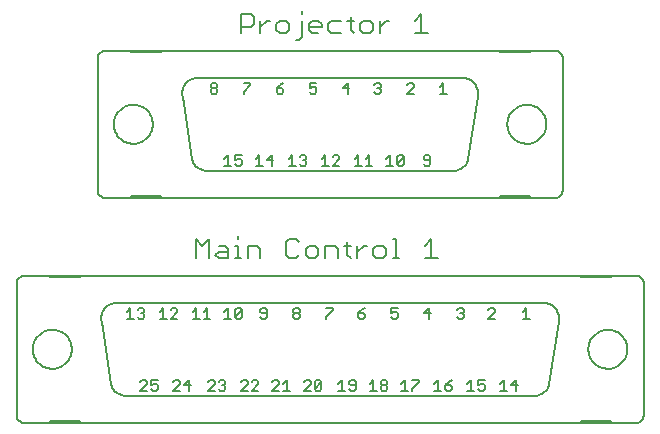
<source format=gto>
G75*
G70*
%OFA0B0*%
%FSLAX24Y24*%
%IPPOS*%
%LPD*%
%AMOC8*
5,1,8,0,0,1.08239X$1,22.5*
%
%ADD10C,0.0060*%
%ADD11C,0.0050*%
D10*
X003400Y005810D02*
X004250Y005810D01*
X005250Y005810D01*
X021950Y005810D01*
X022950Y005810D01*
X023800Y005810D01*
X023830Y005812D01*
X023860Y005817D01*
X023889Y005826D01*
X023916Y005839D01*
X023942Y005854D01*
X023966Y005873D01*
X023987Y005894D01*
X024006Y005918D01*
X024021Y005944D01*
X024034Y005971D01*
X024043Y006000D01*
X024048Y006030D01*
X024050Y006060D01*
X024050Y010460D01*
X024048Y010490D01*
X024043Y010520D01*
X024034Y010549D01*
X024021Y010576D01*
X024006Y010602D01*
X023987Y010626D01*
X023966Y010647D01*
X023942Y010666D01*
X023916Y010681D01*
X023889Y010694D01*
X023860Y010703D01*
X023830Y010708D01*
X023800Y010710D01*
X022950Y010710D01*
X021950Y010710D01*
X005250Y010710D01*
X004250Y010710D01*
X003400Y010710D01*
X003370Y010708D01*
X003340Y010703D01*
X003311Y010694D01*
X003284Y010681D01*
X003258Y010666D01*
X003234Y010647D01*
X003213Y010626D01*
X003194Y010602D01*
X003179Y010576D01*
X003166Y010549D01*
X003157Y010520D01*
X003152Y010490D01*
X003150Y010460D01*
X003150Y006060D01*
X003152Y006030D01*
X003157Y006000D01*
X003166Y005971D01*
X003179Y005944D01*
X003194Y005918D01*
X003213Y005894D01*
X003234Y005873D01*
X003258Y005854D01*
X003284Y005839D01*
X003311Y005826D01*
X003340Y005817D01*
X003370Y005812D01*
X003400Y005810D01*
X004250Y005810D02*
X004250Y005860D01*
X005250Y005860D01*
X005250Y005810D01*
X006290Y007100D02*
X005980Y009180D01*
X005980Y009176D02*
X005973Y009220D01*
X005970Y009265D01*
X005971Y009309D01*
X005975Y009354D01*
X005983Y009398D01*
X005995Y009441D01*
X006010Y009482D01*
X006029Y009523D01*
X006051Y009562D01*
X006076Y009598D01*
X006105Y009633D01*
X006136Y009665D01*
X006169Y009694D01*
X006205Y009721D01*
X006243Y009744D01*
X006283Y009764D01*
X006325Y009780D01*
X006368Y009793D01*
X006411Y009803D01*
X006455Y009808D01*
X006500Y009810D01*
X020700Y009810D01*
X020745Y009808D01*
X020790Y009802D01*
X020834Y009793D01*
X020877Y009780D01*
X020919Y009763D01*
X020959Y009743D01*
X020997Y009719D01*
X021033Y009692D01*
X021067Y009662D01*
X021098Y009630D01*
X021127Y009595D01*
X021152Y009557D01*
X021174Y009518D01*
X021192Y009477D01*
X021207Y009434D01*
X021218Y009391D01*
X021226Y009346D01*
X021230Y009301D01*
X021229Y009256D01*
X021226Y009211D01*
X021218Y009167D01*
X021220Y009170D02*
X020910Y007110D01*
X020915Y007116D02*
X020903Y007074D01*
X020888Y007032D01*
X020869Y006992D01*
X020846Y006954D01*
X020821Y006918D01*
X020793Y006884D01*
X020762Y006853D01*
X020728Y006824D01*
X020692Y006798D01*
X020654Y006775D01*
X020615Y006756D01*
X020574Y006739D01*
X020531Y006727D01*
X020488Y006717D01*
X020444Y006712D01*
X020400Y006710D01*
X006800Y006710D01*
X006756Y006712D01*
X006713Y006717D01*
X006671Y006726D01*
X006629Y006738D01*
X006588Y006754D01*
X006549Y006773D01*
X006511Y006796D01*
X006476Y006821D01*
X006442Y006849D01*
X006411Y006880D01*
X006383Y006913D01*
X006358Y006948D01*
X006335Y006985D01*
X006316Y007024D01*
X006300Y007065D01*
X006287Y007107D01*
X003690Y008260D02*
X003692Y008310D01*
X003698Y008360D01*
X003708Y008410D01*
X003721Y008458D01*
X003738Y008506D01*
X003759Y008552D01*
X003783Y008596D01*
X003811Y008638D01*
X003842Y008678D01*
X003876Y008715D01*
X003913Y008750D01*
X003952Y008781D01*
X003993Y008810D01*
X004037Y008835D01*
X004083Y008857D01*
X004130Y008875D01*
X004178Y008889D01*
X004227Y008900D01*
X004277Y008907D01*
X004327Y008910D01*
X004378Y008909D01*
X004428Y008904D01*
X004478Y008895D01*
X004526Y008883D01*
X004574Y008866D01*
X004620Y008846D01*
X004665Y008823D01*
X004708Y008796D01*
X004748Y008766D01*
X004786Y008733D01*
X004821Y008697D01*
X004854Y008658D01*
X004883Y008617D01*
X004909Y008574D01*
X004932Y008529D01*
X004951Y008482D01*
X004966Y008434D01*
X004978Y008385D01*
X004986Y008335D01*
X004990Y008285D01*
X004990Y008235D01*
X004986Y008185D01*
X004978Y008135D01*
X004966Y008086D01*
X004951Y008038D01*
X004932Y007991D01*
X004909Y007946D01*
X004883Y007903D01*
X004854Y007862D01*
X004821Y007823D01*
X004786Y007787D01*
X004748Y007754D01*
X004708Y007724D01*
X004665Y007697D01*
X004620Y007674D01*
X004574Y007654D01*
X004526Y007637D01*
X004478Y007625D01*
X004428Y007616D01*
X004378Y007611D01*
X004327Y007610D01*
X004277Y007613D01*
X004227Y007620D01*
X004178Y007631D01*
X004130Y007645D01*
X004083Y007663D01*
X004037Y007685D01*
X003993Y007710D01*
X003952Y007739D01*
X003913Y007770D01*
X003876Y007805D01*
X003842Y007842D01*
X003811Y007882D01*
X003783Y007924D01*
X003759Y007968D01*
X003738Y008014D01*
X003721Y008062D01*
X003708Y008110D01*
X003698Y008160D01*
X003692Y008210D01*
X003690Y008260D01*
X004250Y010660D02*
X005250Y010660D01*
X005250Y010710D01*
X004250Y010710D02*
X004250Y010660D01*
X006100Y013310D02*
X006950Y013310D01*
X007950Y013310D01*
X019250Y013310D01*
X020250Y013310D01*
X021100Y013310D01*
X021130Y013312D01*
X021160Y013317D01*
X021189Y013326D01*
X021216Y013339D01*
X021242Y013354D01*
X021266Y013373D01*
X021287Y013394D01*
X021306Y013418D01*
X021321Y013444D01*
X021334Y013471D01*
X021343Y013500D01*
X021348Y013530D01*
X021350Y013560D01*
X021350Y017960D01*
X021348Y017990D01*
X021343Y018020D01*
X021334Y018049D01*
X021321Y018076D01*
X021306Y018102D01*
X021287Y018126D01*
X021266Y018147D01*
X021242Y018166D01*
X021216Y018181D01*
X021189Y018194D01*
X021160Y018203D01*
X021130Y018208D01*
X021100Y018210D01*
X020250Y018210D01*
X019250Y018210D01*
X007950Y018210D01*
X006950Y018210D01*
X006100Y018210D01*
X006070Y018208D01*
X006040Y018203D01*
X006011Y018194D01*
X005984Y018181D01*
X005958Y018166D01*
X005934Y018147D01*
X005913Y018126D01*
X005894Y018102D01*
X005879Y018076D01*
X005866Y018049D01*
X005857Y018020D01*
X005852Y017990D01*
X005850Y017960D01*
X005850Y013560D01*
X005852Y013530D01*
X005857Y013500D01*
X005866Y013471D01*
X005879Y013444D01*
X005894Y013418D01*
X005913Y013394D01*
X005934Y013373D01*
X005958Y013354D01*
X005984Y013339D01*
X006011Y013326D01*
X006040Y013317D01*
X006070Y013312D01*
X006100Y013310D01*
X006950Y013310D02*
X006950Y013360D01*
X007950Y013360D01*
X007950Y013310D01*
X008990Y014600D02*
X008680Y016680D01*
X008680Y016676D02*
X008673Y016720D01*
X008670Y016765D01*
X008671Y016809D01*
X008675Y016854D01*
X008683Y016898D01*
X008695Y016941D01*
X008710Y016982D01*
X008729Y017023D01*
X008751Y017062D01*
X008776Y017098D01*
X008805Y017133D01*
X008836Y017165D01*
X008869Y017194D01*
X008905Y017221D01*
X008943Y017244D01*
X008983Y017264D01*
X009025Y017280D01*
X009068Y017293D01*
X009111Y017303D01*
X009155Y017308D01*
X009200Y017310D01*
X018000Y017310D01*
X018045Y017308D01*
X018090Y017302D01*
X018134Y017293D01*
X018177Y017280D01*
X018219Y017263D01*
X018259Y017243D01*
X018297Y017219D01*
X018333Y017192D01*
X018367Y017162D01*
X018398Y017130D01*
X018427Y017095D01*
X018452Y017057D01*
X018474Y017018D01*
X018492Y016977D01*
X018507Y016934D01*
X018518Y016891D01*
X018526Y016846D01*
X018530Y016801D01*
X018529Y016756D01*
X018526Y016711D01*
X018518Y016667D01*
X018520Y016670D02*
X018210Y014610D01*
X018215Y014616D02*
X018203Y014574D01*
X018188Y014532D01*
X018169Y014492D01*
X018146Y014454D01*
X018121Y014418D01*
X018093Y014384D01*
X018062Y014353D01*
X018028Y014324D01*
X017992Y014298D01*
X017954Y014275D01*
X017915Y014256D01*
X017874Y014239D01*
X017831Y014227D01*
X017788Y014217D01*
X017744Y014212D01*
X017700Y014210D01*
X009500Y014210D01*
X009456Y014212D01*
X009413Y014217D01*
X009371Y014226D01*
X009329Y014238D01*
X009288Y014254D01*
X009249Y014273D01*
X009211Y014296D01*
X009176Y014321D01*
X009142Y014349D01*
X009111Y014380D01*
X009083Y014413D01*
X009058Y014448D01*
X009035Y014485D01*
X009016Y014524D01*
X009000Y014565D01*
X008987Y014607D01*
X006390Y015760D02*
X006392Y015810D01*
X006398Y015860D01*
X006408Y015910D01*
X006421Y015958D01*
X006438Y016006D01*
X006459Y016052D01*
X006483Y016096D01*
X006511Y016138D01*
X006542Y016178D01*
X006576Y016215D01*
X006613Y016250D01*
X006652Y016281D01*
X006693Y016310D01*
X006737Y016335D01*
X006783Y016357D01*
X006830Y016375D01*
X006878Y016389D01*
X006927Y016400D01*
X006977Y016407D01*
X007027Y016410D01*
X007078Y016409D01*
X007128Y016404D01*
X007178Y016395D01*
X007226Y016383D01*
X007274Y016366D01*
X007320Y016346D01*
X007365Y016323D01*
X007408Y016296D01*
X007448Y016266D01*
X007486Y016233D01*
X007521Y016197D01*
X007554Y016158D01*
X007583Y016117D01*
X007609Y016074D01*
X007632Y016029D01*
X007651Y015982D01*
X007666Y015934D01*
X007678Y015885D01*
X007686Y015835D01*
X007690Y015785D01*
X007690Y015735D01*
X007686Y015685D01*
X007678Y015635D01*
X007666Y015586D01*
X007651Y015538D01*
X007632Y015491D01*
X007609Y015446D01*
X007583Y015403D01*
X007554Y015362D01*
X007521Y015323D01*
X007486Y015287D01*
X007448Y015254D01*
X007408Y015224D01*
X007365Y015197D01*
X007320Y015174D01*
X007274Y015154D01*
X007226Y015137D01*
X007178Y015125D01*
X007128Y015116D01*
X007078Y015111D01*
X007027Y015110D01*
X006977Y015113D01*
X006927Y015120D01*
X006878Y015131D01*
X006830Y015145D01*
X006783Y015163D01*
X006737Y015185D01*
X006693Y015210D01*
X006652Y015239D01*
X006613Y015270D01*
X006576Y015305D01*
X006542Y015342D01*
X006511Y015382D01*
X006483Y015424D01*
X006459Y015468D01*
X006438Y015514D01*
X006421Y015562D01*
X006408Y015610D01*
X006398Y015660D01*
X006392Y015710D01*
X006390Y015760D01*
X006950Y018160D02*
X007950Y018160D01*
X007950Y018210D01*
X006950Y018210D02*
X006950Y018160D01*
X010630Y018790D02*
X010630Y019431D01*
X010950Y019431D01*
X011057Y019324D01*
X011057Y019110D01*
X010950Y019004D01*
X010630Y019004D01*
X011275Y019004D02*
X011488Y019217D01*
X011595Y019217D01*
X011812Y019110D02*
X011812Y018897D01*
X011918Y018790D01*
X012132Y018790D01*
X012239Y018897D01*
X012239Y019110D01*
X012132Y019217D01*
X011918Y019217D01*
X011812Y019110D01*
X011275Y019217D02*
X011275Y018790D01*
X012456Y018576D02*
X012563Y018576D01*
X012670Y018683D01*
X012670Y019217D01*
X012670Y019431D02*
X012670Y019537D01*
X012993Y019217D02*
X013206Y019217D01*
X013313Y019110D01*
X013313Y019004D01*
X012886Y019004D01*
X012886Y019110D02*
X012993Y019217D01*
X012886Y019110D02*
X012886Y018897D01*
X012993Y018790D01*
X013206Y018790D01*
X013530Y018897D02*
X013637Y018790D01*
X013958Y018790D01*
X014282Y018897D02*
X014389Y018790D01*
X014282Y018897D02*
X014282Y019324D01*
X014175Y019217D02*
X014389Y019217D01*
X014605Y019110D02*
X014605Y018897D01*
X014711Y018790D01*
X014925Y018790D01*
X015032Y018897D01*
X015032Y019110D01*
X014925Y019217D01*
X014711Y019217D01*
X014605Y019110D01*
X013958Y019217D02*
X013637Y019217D01*
X013530Y019110D01*
X013530Y018897D01*
X015249Y019004D02*
X015463Y019217D01*
X015570Y019217D01*
X015249Y019217D02*
X015249Y018790D01*
X016431Y018790D02*
X016858Y018790D01*
X016644Y018790D02*
X016644Y019431D01*
X016431Y019217D01*
X019250Y018210D02*
X019250Y018160D01*
X020250Y018160D01*
X020250Y018210D01*
X019510Y015760D02*
X019512Y015810D01*
X019518Y015860D01*
X019528Y015910D01*
X019541Y015958D01*
X019558Y016006D01*
X019579Y016052D01*
X019603Y016096D01*
X019631Y016138D01*
X019662Y016178D01*
X019696Y016215D01*
X019733Y016250D01*
X019772Y016281D01*
X019813Y016310D01*
X019857Y016335D01*
X019903Y016357D01*
X019950Y016375D01*
X019998Y016389D01*
X020047Y016400D01*
X020097Y016407D01*
X020147Y016410D01*
X020198Y016409D01*
X020248Y016404D01*
X020298Y016395D01*
X020346Y016383D01*
X020394Y016366D01*
X020440Y016346D01*
X020485Y016323D01*
X020528Y016296D01*
X020568Y016266D01*
X020606Y016233D01*
X020641Y016197D01*
X020674Y016158D01*
X020703Y016117D01*
X020729Y016074D01*
X020752Y016029D01*
X020771Y015982D01*
X020786Y015934D01*
X020798Y015885D01*
X020806Y015835D01*
X020810Y015785D01*
X020810Y015735D01*
X020806Y015685D01*
X020798Y015635D01*
X020786Y015586D01*
X020771Y015538D01*
X020752Y015491D01*
X020729Y015446D01*
X020703Y015403D01*
X020674Y015362D01*
X020641Y015323D01*
X020606Y015287D01*
X020568Y015254D01*
X020528Y015224D01*
X020485Y015197D01*
X020440Y015174D01*
X020394Y015154D01*
X020346Y015137D01*
X020298Y015125D01*
X020248Y015116D01*
X020198Y015111D01*
X020147Y015110D01*
X020097Y015113D01*
X020047Y015120D01*
X019998Y015131D01*
X019950Y015145D01*
X019903Y015163D01*
X019857Y015185D01*
X019813Y015210D01*
X019772Y015239D01*
X019733Y015270D01*
X019696Y015305D01*
X019662Y015342D01*
X019631Y015382D01*
X019603Y015424D01*
X019579Y015468D01*
X019558Y015514D01*
X019541Y015562D01*
X019528Y015610D01*
X019518Y015660D01*
X019512Y015710D01*
X019510Y015760D01*
X019250Y013360D02*
X020250Y013360D01*
X020250Y013310D01*
X019250Y013310D02*
X019250Y013360D01*
X017184Y011290D02*
X016757Y011290D01*
X016971Y011290D02*
X016971Y011931D01*
X016757Y011717D01*
X015896Y011290D02*
X015683Y011290D01*
X015790Y011290D02*
X015790Y011931D01*
X015683Y011931D01*
X015465Y011610D02*
X015359Y011717D01*
X015145Y011717D01*
X015038Y011610D01*
X015038Y011397D01*
X015145Y011290D01*
X015359Y011290D01*
X015465Y011397D01*
X015465Y011610D01*
X014822Y011717D02*
X014715Y011717D01*
X014501Y011504D01*
X014501Y011717D02*
X014501Y011290D01*
X014285Y011290D02*
X014178Y011397D01*
X014178Y011824D01*
X014072Y011717D02*
X014285Y011717D01*
X013854Y011610D02*
X013854Y011290D01*
X013854Y011610D02*
X013747Y011717D01*
X013427Y011717D01*
X013427Y011290D01*
X013209Y011397D02*
X013209Y011610D01*
X013103Y011717D01*
X012889Y011717D01*
X012782Y011610D01*
X012782Y011397D01*
X012889Y011290D01*
X013103Y011290D01*
X013209Y011397D01*
X012565Y011397D02*
X012458Y011290D01*
X012245Y011290D01*
X012138Y011397D01*
X012138Y011824D01*
X012245Y011931D01*
X012458Y011931D01*
X012565Y011824D01*
X011276Y011610D02*
X011276Y011290D01*
X011276Y011610D02*
X011169Y011717D01*
X010849Y011717D01*
X010849Y011290D01*
X010633Y011290D02*
X010419Y011290D01*
X010526Y011290D02*
X010526Y011717D01*
X010419Y011717D01*
X010526Y011931D02*
X010526Y012037D01*
X010095Y011717D02*
X010202Y011610D01*
X010202Y011290D01*
X009881Y011290D01*
X009775Y011397D01*
X009881Y011504D01*
X010202Y011504D01*
X010095Y011717D02*
X009881Y011717D01*
X009557Y011931D02*
X009557Y011290D01*
X009130Y011290D02*
X009130Y011931D01*
X009344Y011717D01*
X009557Y011931D01*
X021950Y010710D02*
X021950Y010660D01*
X022950Y010660D01*
X022950Y010710D01*
X022210Y008260D02*
X022212Y008310D01*
X022218Y008360D01*
X022228Y008410D01*
X022241Y008458D01*
X022258Y008506D01*
X022279Y008552D01*
X022303Y008596D01*
X022331Y008638D01*
X022362Y008678D01*
X022396Y008715D01*
X022433Y008750D01*
X022472Y008781D01*
X022513Y008810D01*
X022557Y008835D01*
X022603Y008857D01*
X022650Y008875D01*
X022698Y008889D01*
X022747Y008900D01*
X022797Y008907D01*
X022847Y008910D01*
X022898Y008909D01*
X022948Y008904D01*
X022998Y008895D01*
X023046Y008883D01*
X023094Y008866D01*
X023140Y008846D01*
X023185Y008823D01*
X023228Y008796D01*
X023268Y008766D01*
X023306Y008733D01*
X023341Y008697D01*
X023374Y008658D01*
X023403Y008617D01*
X023429Y008574D01*
X023452Y008529D01*
X023471Y008482D01*
X023486Y008434D01*
X023498Y008385D01*
X023506Y008335D01*
X023510Y008285D01*
X023510Y008235D01*
X023506Y008185D01*
X023498Y008135D01*
X023486Y008086D01*
X023471Y008038D01*
X023452Y007991D01*
X023429Y007946D01*
X023403Y007903D01*
X023374Y007862D01*
X023341Y007823D01*
X023306Y007787D01*
X023268Y007754D01*
X023228Y007724D01*
X023185Y007697D01*
X023140Y007674D01*
X023094Y007654D01*
X023046Y007637D01*
X022998Y007625D01*
X022948Y007616D01*
X022898Y007611D01*
X022847Y007610D01*
X022797Y007613D01*
X022747Y007620D01*
X022698Y007631D01*
X022650Y007645D01*
X022603Y007663D01*
X022557Y007685D01*
X022513Y007710D01*
X022472Y007739D01*
X022433Y007770D01*
X022396Y007805D01*
X022362Y007842D01*
X022331Y007882D01*
X022303Y007924D01*
X022279Y007968D01*
X022258Y008014D01*
X022241Y008062D01*
X022228Y008110D01*
X022218Y008160D01*
X022212Y008210D01*
X022210Y008260D01*
X021950Y005860D02*
X022950Y005860D01*
X022950Y005810D01*
X021950Y005810D02*
X021950Y005860D01*
D11*
X019804Y006885D02*
X019804Y007225D01*
X019634Y007055D01*
X019861Y007055D01*
X019502Y006885D02*
X019275Y006885D01*
X019388Y006885D02*
X019388Y007225D01*
X019275Y007112D01*
X018761Y007055D02*
X018761Y006942D01*
X018704Y006885D01*
X018591Y006885D01*
X018534Y006942D01*
X018534Y007055D02*
X018648Y007112D01*
X018704Y007112D01*
X018761Y007055D01*
X018761Y007225D02*
X018534Y007225D01*
X018534Y007055D01*
X018402Y006885D02*
X018175Y006885D01*
X018288Y006885D02*
X018288Y007225D01*
X018175Y007112D01*
X017661Y007225D02*
X017548Y007169D01*
X017434Y007055D01*
X017604Y007055D01*
X017661Y006998D01*
X017661Y006942D01*
X017604Y006885D01*
X017491Y006885D01*
X017434Y006942D01*
X017434Y007055D01*
X017302Y006885D02*
X017075Y006885D01*
X017188Y006885D02*
X017188Y007225D01*
X017075Y007112D01*
X016561Y007169D02*
X016334Y006942D01*
X016334Y006885D01*
X016202Y006885D02*
X015975Y006885D01*
X016088Y006885D02*
X016088Y007225D01*
X015975Y007112D01*
X016334Y007225D02*
X016561Y007225D01*
X016561Y007169D01*
X015511Y007169D02*
X015511Y007112D01*
X015454Y007055D01*
X015341Y007055D01*
X015284Y007112D01*
X015284Y007169D01*
X015341Y007225D01*
X015454Y007225D01*
X015511Y007169D01*
X015454Y007055D02*
X015511Y006998D01*
X015511Y006942D01*
X015454Y006885D01*
X015341Y006885D01*
X015284Y006942D01*
X015284Y006998D01*
X015341Y007055D01*
X015152Y006885D02*
X014925Y006885D01*
X015038Y006885D02*
X015038Y007225D01*
X014925Y007112D01*
X014461Y007169D02*
X014404Y007225D01*
X014291Y007225D01*
X014234Y007169D01*
X014234Y007112D01*
X014291Y007055D01*
X014461Y007055D01*
X014461Y006942D02*
X014461Y007169D01*
X014461Y006942D02*
X014404Y006885D01*
X014291Y006885D01*
X014234Y006942D01*
X014102Y006885D02*
X013875Y006885D01*
X013988Y006885D02*
X013988Y007225D01*
X013875Y007112D01*
X013311Y007169D02*
X013084Y006942D01*
X013141Y006885D01*
X013254Y006885D01*
X013311Y006942D01*
X013311Y007169D01*
X013254Y007225D01*
X013141Y007225D01*
X013084Y007169D01*
X013084Y006942D01*
X012952Y006885D02*
X012725Y006885D01*
X012952Y007112D01*
X012952Y007169D01*
X012895Y007225D01*
X012782Y007225D01*
X012725Y007169D01*
X012261Y006885D02*
X012034Y006885D01*
X012148Y006885D02*
X012148Y007225D01*
X012034Y007112D01*
X011902Y007112D02*
X011675Y006885D01*
X011902Y006885D01*
X011902Y007112D02*
X011902Y007169D01*
X011845Y007225D01*
X011732Y007225D01*
X011675Y007169D01*
X011211Y007169D02*
X011154Y007225D01*
X011041Y007225D01*
X010984Y007169D01*
X010852Y007169D02*
X010795Y007225D01*
X010682Y007225D01*
X010625Y007169D01*
X010852Y007169D02*
X010852Y007112D01*
X010625Y006885D01*
X010852Y006885D01*
X010984Y006885D02*
X011211Y007112D01*
X011211Y007169D01*
X011211Y006885D02*
X010984Y006885D01*
X010111Y006942D02*
X010054Y006885D01*
X009941Y006885D01*
X009884Y006942D01*
X009752Y006885D02*
X009525Y006885D01*
X009752Y007112D01*
X009752Y007169D01*
X009695Y007225D01*
X009582Y007225D01*
X009525Y007169D01*
X009884Y007169D02*
X009941Y007225D01*
X010054Y007225D01*
X010111Y007169D01*
X010111Y007112D01*
X010054Y007055D01*
X010111Y006998D01*
X010111Y006942D01*
X010054Y007055D02*
X009998Y007055D01*
X008961Y007055D02*
X008734Y007055D01*
X008904Y007225D01*
X008904Y006885D01*
X008602Y006885D02*
X008375Y006885D01*
X008602Y007112D01*
X008602Y007169D01*
X008545Y007225D01*
X008432Y007225D01*
X008375Y007169D01*
X007861Y007225D02*
X007634Y007225D01*
X007634Y007055D01*
X007748Y007112D01*
X007804Y007112D01*
X007861Y007055D01*
X007861Y006942D01*
X007804Y006885D01*
X007691Y006885D01*
X007634Y006942D01*
X007502Y006885D02*
X007275Y006885D01*
X007502Y007112D01*
X007502Y007169D01*
X007445Y007225D01*
X007332Y007225D01*
X007275Y007169D01*
X007241Y009285D02*
X007184Y009342D01*
X007241Y009285D02*
X007354Y009285D01*
X007411Y009342D01*
X007411Y009398D01*
X007354Y009455D01*
X007298Y009455D01*
X007354Y009455D02*
X007411Y009512D01*
X007411Y009569D01*
X007354Y009625D01*
X007241Y009625D01*
X007184Y009569D01*
X006938Y009625D02*
X006938Y009285D01*
X006825Y009285D02*
X007052Y009285D01*
X006825Y009512D02*
X006938Y009625D01*
X007925Y009512D02*
X008038Y009625D01*
X008038Y009285D01*
X007925Y009285D02*
X008152Y009285D01*
X008284Y009285D02*
X008511Y009512D01*
X008511Y009569D01*
X008454Y009625D01*
X008341Y009625D01*
X008284Y009569D01*
X008284Y009285D02*
X008511Y009285D01*
X009025Y009285D02*
X009252Y009285D01*
X009138Y009285D02*
X009138Y009625D01*
X009025Y009512D01*
X009384Y009512D02*
X009498Y009625D01*
X009498Y009285D01*
X009611Y009285D02*
X009384Y009285D01*
X010075Y009285D02*
X010302Y009285D01*
X010188Y009285D02*
X010188Y009625D01*
X010075Y009512D01*
X010434Y009569D02*
X010491Y009625D01*
X010604Y009625D01*
X010661Y009569D01*
X010434Y009342D01*
X010491Y009285D01*
X010604Y009285D01*
X010661Y009342D01*
X010661Y009569D01*
X010434Y009569D02*
X010434Y009342D01*
X011275Y009342D02*
X011332Y009285D01*
X011445Y009285D01*
X011502Y009342D01*
X011502Y009569D01*
X011445Y009625D01*
X011332Y009625D01*
X011275Y009569D01*
X011275Y009512D01*
X011332Y009455D01*
X011502Y009455D01*
X012375Y009398D02*
X012432Y009455D01*
X012545Y009455D01*
X012602Y009398D01*
X012602Y009342D01*
X012545Y009285D01*
X012432Y009285D01*
X012375Y009342D01*
X012375Y009398D01*
X012432Y009455D02*
X012375Y009512D01*
X012375Y009569D01*
X012432Y009625D01*
X012545Y009625D01*
X012602Y009569D01*
X012602Y009512D01*
X012545Y009455D01*
X013475Y009342D02*
X013475Y009285D01*
X013475Y009342D02*
X013702Y009569D01*
X013702Y009625D01*
X013475Y009625D01*
X014525Y009455D02*
X014695Y009455D01*
X014752Y009398D01*
X014752Y009342D01*
X014695Y009285D01*
X014582Y009285D01*
X014525Y009342D01*
X014525Y009455D01*
X014638Y009569D01*
X014752Y009625D01*
X015625Y009625D02*
X015625Y009455D01*
X015738Y009512D01*
X015795Y009512D01*
X015852Y009455D01*
X015852Y009342D01*
X015795Y009285D01*
X015682Y009285D01*
X015625Y009342D01*
X015625Y009625D02*
X015852Y009625D01*
X016725Y009455D02*
X016952Y009455D01*
X016895Y009285D02*
X016895Y009625D01*
X016725Y009455D01*
X017825Y009342D02*
X017882Y009285D01*
X017995Y009285D01*
X018052Y009342D01*
X018052Y009398D01*
X017995Y009455D01*
X017938Y009455D01*
X017995Y009455D02*
X018052Y009512D01*
X018052Y009569D01*
X017995Y009625D01*
X017882Y009625D01*
X017825Y009569D01*
X018875Y009569D02*
X018932Y009625D01*
X019045Y009625D01*
X019102Y009569D01*
X019102Y009512D01*
X018875Y009285D01*
X019102Y009285D01*
X020025Y009285D02*
X020252Y009285D01*
X020138Y009285D02*
X020138Y009625D01*
X020025Y009512D01*
X016885Y014385D02*
X016772Y014385D01*
X016715Y014442D01*
X016772Y014555D02*
X016942Y014555D01*
X016942Y014442D02*
X016942Y014669D01*
X016885Y014725D01*
X016772Y014725D01*
X016715Y014669D01*
X016715Y014612D01*
X016772Y014555D01*
X016885Y014385D02*
X016942Y014442D01*
X016061Y014442D02*
X016004Y014385D01*
X015891Y014385D01*
X015834Y014442D01*
X016061Y014669D01*
X016061Y014442D01*
X016061Y014669D02*
X016004Y014725D01*
X015891Y014725D01*
X015834Y014669D01*
X015834Y014442D01*
X015702Y014385D02*
X015475Y014385D01*
X015588Y014385D02*
X015588Y014725D01*
X015475Y014612D01*
X015011Y014385D02*
X014784Y014385D01*
X014898Y014385D02*
X014898Y014725D01*
X014784Y014612D01*
X014652Y014385D02*
X014425Y014385D01*
X014538Y014385D02*
X014538Y014725D01*
X014425Y014612D01*
X013911Y014612D02*
X013911Y014669D01*
X013854Y014725D01*
X013741Y014725D01*
X013684Y014669D01*
X013911Y014612D02*
X013684Y014385D01*
X013911Y014385D01*
X013552Y014385D02*
X013325Y014385D01*
X013438Y014385D02*
X013438Y014725D01*
X013325Y014612D01*
X012811Y014612D02*
X012754Y014555D01*
X012811Y014498D01*
X012811Y014442D01*
X012754Y014385D01*
X012641Y014385D01*
X012584Y014442D01*
X012452Y014385D02*
X012225Y014385D01*
X012338Y014385D02*
X012338Y014725D01*
X012225Y014612D01*
X012584Y014669D02*
X012641Y014725D01*
X012754Y014725D01*
X012811Y014669D01*
X012811Y014612D01*
X012754Y014555D02*
X012698Y014555D01*
X011711Y014555D02*
X011484Y014555D01*
X011654Y014725D01*
X011654Y014385D01*
X011352Y014385D02*
X011125Y014385D01*
X011238Y014385D02*
X011238Y014725D01*
X011125Y014612D01*
X010661Y014555D02*
X010661Y014442D01*
X010604Y014385D01*
X010491Y014385D01*
X010434Y014442D01*
X010434Y014555D02*
X010548Y014612D01*
X010604Y014612D01*
X010661Y014555D01*
X010661Y014725D02*
X010434Y014725D01*
X010434Y014555D01*
X010302Y014385D02*
X010075Y014385D01*
X010188Y014385D02*
X010188Y014725D01*
X010075Y014612D01*
X009785Y016785D02*
X009672Y016785D01*
X009615Y016842D01*
X009615Y016898D01*
X009672Y016955D01*
X009785Y016955D01*
X009842Y016898D01*
X009842Y016842D01*
X009785Y016785D01*
X009785Y016955D02*
X009842Y017012D01*
X009842Y017069D01*
X009785Y017125D01*
X009672Y017125D01*
X009615Y017069D01*
X009615Y017012D01*
X009672Y016955D01*
X010715Y016842D02*
X010715Y016785D01*
X010715Y016842D02*
X010942Y017069D01*
X010942Y017125D01*
X010715Y017125D01*
X011815Y016955D02*
X011985Y016955D01*
X012042Y016898D01*
X012042Y016842D01*
X011985Y016785D01*
X011872Y016785D01*
X011815Y016842D01*
X011815Y016955D01*
X011928Y017069D01*
X012042Y017125D01*
X012915Y017125D02*
X012915Y016955D01*
X013028Y017012D01*
X013085Y017012D01*
X013142Y016955D01*
X013142Y016842D01*
X013085Y016785D01*
X012972Y016785D01*
X012915Y016842D01*
X012915Y017125D02*
X013142Y017125D01*
X014015Y016955D02*
X014242Y016955D01*
X014185Y016785D02*
X014185Y017125D01*
X014015Y016955D01*
X015065Y016842D02*
X015122Y016785D01*
X015235Y016785D01*
X015292Y016842D01*
X015292Y016898D01*
X015235Y016955D01*
X015178Y016955D01*
X015235Y016955D02*
X015292Y017012D01*
X015292Y017069D01*
X015235Y017125D01*
X015122Y017125D01*
X015065Y017069D01*
X016165Y017069D02*
X016222Y017125D01*
X016335Y017125D01*
X016392Y017069D01*
X016392Y017012D01*
X016165Y016785D01*
X016392Y016785D01*
X017265Y016785D02*
X017492Y016785D01*
X017378Y016785D02*
X017378Y017125D01*
X017265Y017012D01*
M02*

</source>
